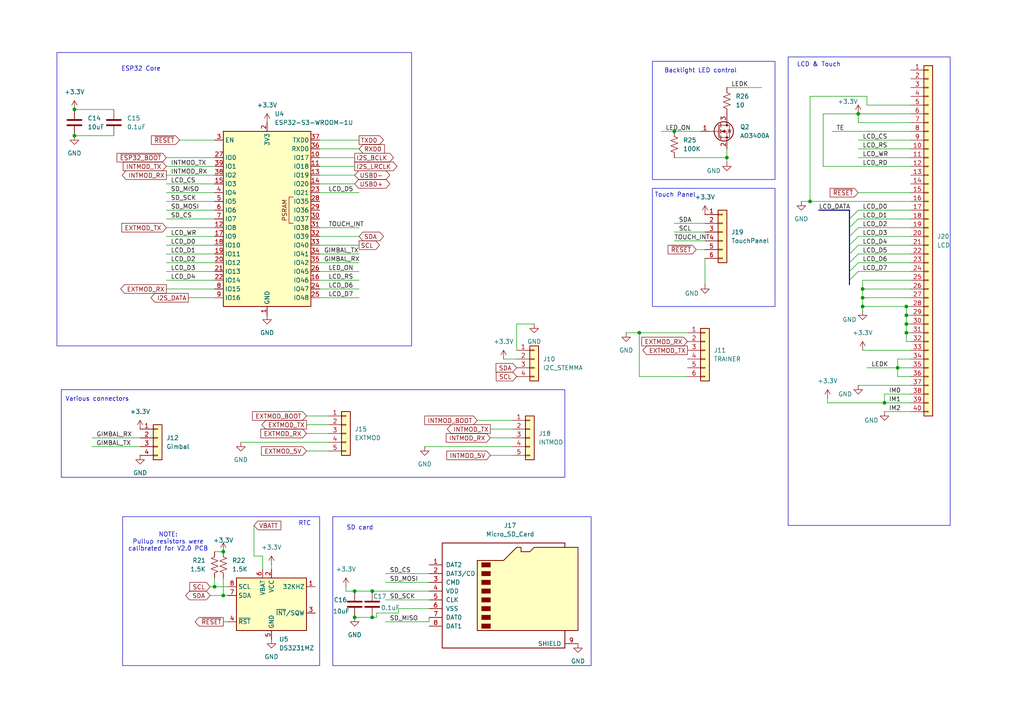
<source format=kicad_sch>
(kicad_sch (version 20231120) (generator "eeschema") (generator_version "8.0")
  (paper "A4")
  (lib_symbols
    (symbol "Connector:Micro_SD_Card" (pin_names (offset 1.016))
      (property "Reference" "J" (at -16.51 15.24 0))
      (property "Value" "Micro_SD_Card" (at 16.51 15.24 0))
      (symbol "Micro_SD_Card_0_1"
        (rectangle (start -7.62 -9.525) (end -5.08 -10.795) (fill (type outline)))
        (rectangle (start -7.62 -6.985) (end -5.08 -8.255) (fill (type outline)))
        (rectangle (start -7.62 -4.445) (end -5.08 -5.715) (fill (type outline)))
        (rectangle (start -7.62 -1.905) (end -5.08 -3.175) (fill (type outline)))
        (rectangle (start -7.62 0.635) (end -5.08 -0.635) (fill (type outline)))
        (rectangle (start -7.62 3.175) (end -5.08 1.905) (fill (type outline)))
        (rectangle (start -7.62 5.715) (end -5.08 4.445) (fill (type outline)))
        (rectangle (start -7.62 8.255) (end -5.08 6.985) (fill (type outline)))
        (polyline (pts (xy 16.51 12.7) (xy 16.51 13.97) (xy -19.05 13.97) (xy -19.05 -16.51) (xy 16.51 -16.51) (xy 16.51 -11.43)) (stroke (width 0.254)))
        (polyline (pts (xy -8.89 -11.43) (xy -8.89 8.89) (xy -1.27 8.89) (xy 2.54 12.7) (xy 3.81 12.7) (xy 3.81 11.43) (xy 6.35 11.43) (xy 7.62 12.7) (xy 20.32 12.7) (xy 20.32 -11.43) (xy -8.89 -11.43)) (stroke (width 0.254)) (fill (type background)))
      )
      (symbol "Micro_SD_Card_1_1"
        (pin bidirectional line (at -22.86 7.62 0) (length 3.81) (name "DAT2") (number "1"))
        (pin bidirectional line (at -22.86 5.08 0) (length 3.81) (name "DAT3/CD") (number "2"))
        (pin input line (at -22.86 2.54 0) (length 3.81) (name "CMD") (number "3"))
        (pin power_in line (at -22.86 0 0) (length 3.81) (name "VDD") (number "4"))
        (pin input line (at -22.86 -2.54 0) (length 3.81) (name "CLK") (number "5"))
        (pin power_in line (at -22.86 -5.08 0) (length 3.81) (name "VSS") (number "6"))
        (pin bidirectional line (at -22.86 -7.62 0) (length 3.81) (name "DAT0") (number "7"))
        (pin bidirectional line (at -22.86 -10.16 0) (length 3.81) (name "DAT1") (number "8"))
        (pin passive line (at 20.32 -15.24 180) (length 3.81) (name "SHIELD") (number "9"))
      )
    )
    (symbol "Connector_Generic:Conn_01x04" (pin_names (offset 1.016) hide)
      (property "Reference" "J" (at 0 5.08 0))
      (property "Value" "Conn_01x04" (at 0 -7.62 0))
      (symbol "Conn_01x04_1_1"
        (rectangle (start -1.27 -4.953) (end 0 -5.207) (stroke (width 0.1524)))
        (rectangle (start -1.27 -2.413) (end 0 -2.667) (stroke (width 0.1524)))
        (rectangle (start -1.27 0.127) (end 0 -0.127) (stroke (width 0.1524)))
        (rectangle (start -1.27 2.667) (end 0 2.413) (stroke (width 0.1524)))
        (rectangle (start -1.27 3.81) (end 1.27 -6.35) (stroke (width 0.254)) (fill (type background)))
        (pin passive line (at -5.08 2.54 0) (length 3.81) (name "Pin_1") (number "1"))
        (pin passive line (at -5.08 0 0) (length 3.81) (name "Pin_2") (number "2"))
        (pin passive line (at -5.08 -2.54 0) (length 3.81) (name "Pin_3") (number "3"))
        (pin passive line (at -5.08 -5.08 0) (length 3.81) (name "Pin_4") (number "4"))
      )
    )
    (symbol "Connector_Generic:Conn_01x05" (pin_names (offset 1.016) hide)
      (property "Reference" "J" (at 0 7.62 0))
      (property "Value" "Conn_01x05" (at 0 -7.62 0))
      (symbol "Conn_01x05_1_1"
        (rectangle (start -1.27 -4.953) (end 0 -5.207) (stroke (width 0.1524)))
        (rectangle (start -1.27 -2.413) (end 0 -2.667) (stroke (width 0.1524)))
        (rectangle (start -1.27 0.127) (end 0 -0.127) (stroke (width 0.1524)))
        (rectangle (start -1.27 2.667) (end 0 2.413) (stroke (width 0.1524)))
        (rectangle (start -1.27 5.207) (end 0 4.953) (stroke (width 0.1524)))
        (rectangle (start -1.27 6.35) (end 1.27 -6.35) (stroke (width 0.254)) (fill (type background)))
        (pin passive line (at -5.08 5.08 0) (length 3.81) (name "Pin_1") (number "1"))
        (pin passive line (at -5.08 2.54 0) (length 3.81) (name "Pin_2") (number "2"))
        (pin passive line (at -5.08 0 0) (length 3.81) (name "Pin_3") (number "3"))
        (pin passive line (at -5.08 -2.54 0) (length 3.81) (name "Pin_4") (number "4"))
        (pin passive line (at -5.08 -5.08 0) (length 3.81) (name "Pin_5") (number "5"))
      )
    )
    (symbol "Connector_Generic:Conn_01x06" (pin_names (offset 1.016) hide)
      (property "Reference" "J" (at 0 7.62 0))
      (property "Value" "Conn_01x06" (at 0 -10.16 0))
      (symbol "Conn_01x06_1_1"
        (rectangle (start -1.27 -7.493) (end 0 -7.747) (stroke (width 0.1524)))
        (rectangle (start -1.27 -4.953) (end 0 -5.207) (stroke (width 0.1524)))
        (rectangle (start -1.27 -2.413) (end 0 -2.667) (stroke (width 0.1524)))
        (rectangle (start -1.27 0.127) (end 0 -0.127) (stroke (width 0.1524)))
        (rectangle (start -1.27 2.667) (end 0 2.413) (stroke (width 0.1524)))
        (rectangle (start -1.27 5.207) (end 0 4.953) (stroke (width 0.1524)))
        (rectangle (start -1.27 6.35) (end 1.27 -8.89) (stroke (width 0.254)) (fill (type background)))
        (pin passive line (at -5.08 5.08 0) (length 3.81) (name "Pin_1") (number "1"))
        (pin passive line (at -5.08 2.54 0) (length 3.81) (name "Pin_2") (number "2"))
        (pin passive line (at -5.08 0 0) (length 3.81) (name "Pin_3") (number "3"))
        (pin passive line (at -5.08 -2.54 0) (length 3.81) (name "Pin_4") (number "4"))
        (pin passive line (at -5.08 -5.08 0) (length 3.81) (name "Pin_5") (number "5"))
        (pin passive line (at -5.08 -7.62 0) (length 3.81) (name "Pin_6") (number "6"))
      )
    )
    (symbol "Connector_Generic:Conn_01x40" (pin_names (offset 1.016) hide)
      (property "Reference" "J" (at 0 50.8 0))
      (property "Value" "Conn_01x40" (at 0 -53.34 0))
      (symbol "Conn_01x40_1_1"
        (rectangle (start -1.27 -50.673) (end 0 -50.927) (stroke (width 0.1524)))
        (rectangle (start -1.27 -48.133) (end 0 -48.387) (stroke (width 0.1524)))
        (rectangle (start -1.27 -45.593) (end 0 -45.847) (stroke (width 0.1524)))
        (rectangle (start -1.27 -43.053) (end 0 -43.307) (stroke (width 0.1524)))
        (rectangle (start -1.27 -40.513) (end 0 -40.767) (stroke (width 0.1524)))
        (rectangle (start -1.27 -37.973) (end 0 -38.227) (stroke (width 0.1524)))
        (rectangle (start -1.27 -35.433) (end 0 -35.687) (stroke (width 0.1524)))
        (rectangle (start -1.27 -32.893) (end 0 -33.147) (stroke (width 0.1524)))
        (rectangle (start -1.27 -30.353) (end 0 -30.607) (stroke (width 0.1524)))
        (rectangle (start -1.27 -27.813) (end 0 -28.067) (stroke (width 0.1524)))
        (rectangle (start -1.27 -25.273) (end 0 -25.527) (stroke (width 0.1524)))
        (rectangle (start -1.27 -22.733) (end 0 -22.987) (stroke (width 0.1524)))
        (rectangle (start -1.27 -20.193) (end 0 -20.447) (stroke (width 0.1524)))
        (rectangle (start -1.27 -17.653) (end 0 -17.907) (stroke (width 0.1524)))
        (rectangle (start -1.27 -15.113) (end 0 -15.367) (stroke (width 0.1524)))
        (rectangle (start -1.27 -12.573) (end 0 -12.827) (stroke (width 0.1524)))
        (rectangle (start -1.27 -10.033) (end 0 -10.287) (stroke (width 0.1524)))
        (rectangle (start -1.27 -7.493) (end 0 -7.747) (stroke (width 0.1524)))
        (rectangle (start -1.27 -4.953) (end 0 -5.207) (stroke (width 0.1524)))
        (rectangle (start -1.27 -2.413) (end 0 -2.667) (stroke (width 0.1524)))
        (rectangle (start -1.27 0.127) (end 0 -0.127) (stroke (width 0.1524)))
        (rectangle (start -1.27 2.667) (end 0 2.413) (stroke (width 0.1524)))
        (rectangle (start -1.27 5.207) (end 0 4.953) (stroke (width 0.1524)))
        (rectangle (start -1.27 7.747) (end 0 7.493) (stroke (width 0.1524)))
        (rectangle (start -1.27 10.287) (end 0 10.033) (stroke (width 0.1524)))
        (rectangle (start -1.27 12.827) (end 0 12.573) (stroke (width 0.1524)))
        (rectangle (start -1.27 15.367) (end 0 15.113) (stroke (width 0.1524)))
        (rectangle (start -1.27 17.907) (end 0 17.653) (stroke (width 0.1524)))
        (rectangle (start -1.27 20.447) (end 0 20.193) (stroke (width 0.1524)))
        (rectangle (start -1.27 22.987) (end 0 22.733) (stroke (width 0.1524)))
        (rectangle (start -1.27 25.527) (end 0 25.273) (stroke (width 0.1524)))
        (rectangle (start -1.27 28.067) (end 0 27.813) (stroke (width 0.1524)))
        (rectangle (start -1.27 30.607) (end 0 30.353) (stroke (width 0.1524)))
        (rectangle (start -1.27 33.147) (end 0 32.893) (stroke (width 0.1524)))
        (rectangle (start -1.27 35.687) (end 0 35.433) (stroke (width 0.1524)))
        (rectangle (start -1.27 38.227) (end 0 37.973) (stroke (width 0.1524)))
        (rectangle (start -1.27 40.767) (end 0 40.513) (stroke (width 0.1524)))
        (rectangle (start -1.27 43.307) (end 0 43.053) (stroke (width 0.1524)))
        (rectangle (start -1.27 45.847) (end 0 45.593) (stroke (width 0.1524)))
        (rectangle (start -1.27 48.387) (end 0 48.133) (stroke (width 0.1524)))
        (rectangle (start -1.27 49.53) (end 1.27 -52.07) (stroke (width 0.254)) (fill (type background)))
        (pin passive line (at -5.08 48.26 0) (length 3.81) (name "Pin_1") (number "1"))
        (pin passive line (at -5.08 25.4 0) (length 3.81) (name "Pin_10") (number "10"))
        (pin passive line (at -5.08 22.86 0) (length 3.81) (name "Pin_11") (number "11"))
        (pin passive line (at -5.08 20.32 0) (length 3.81) (name "Pin_12") (number "12"))
        (pin passive line (at -5.08 17.78 0) (length 3.81) (name "Pin_13") (number "13"))
        (pin passive line (at -5.08 15.24 0) (length 3.81) (name "Pin_14") (number "14"))
        (pin passive line (at -5.08 12.7 0) (length 3.81) (name "Pin_15") (number "15"))
        (pin passive line (at -5.08 10.16 0) (length 3.81) (name "Pin_16") (number "16"))
        (pin passive line (at -5.08 7.62 0) (length 3.81) (name "Pin_17") (number "17"))
        (pin passive line (at -5.08 5.08 0) (length 3.81) (name "Pin_18") (number "18"))
        (pin passive line (at -5.08 2.54 0) (length 3.81) (name "Pin_19") (number "19"))
        (pin passive line (at -5.08 45.72 0) (length 3.81) (name "Pin_2") (number "2"))
        (pin passive line (at -5.08 0 0) (length 3.81) (name "Pin_20") (number "20"))
        (pin passive line (at -5.08 -2.54 0) (length 3.81) (name "Pin_21") (number "21"))
        (pin passive line (at -5.08 -5.08 0) (length 3.81) (name "Pin_22") (number "22"))
        (pin passive line (at -5.08 -7.62 0) (length 3.81) (name "Pin_23") (number "23"))
        (pin passive line (at -5.08 -10.16 0) (length 3.81) (name "Pin_24") (number "24"))
        (pin passive line (at -5.08 -12.7 0) (length 3.81) (name "Pin_25") (number "25"))
        (pin passive line (at -5.08 -15.24 0) (length 3.81) (name "Pin_26") (number "26"))
        (pin passive line (at -5.08 -17.78 0) (length 3.81) (name "Pin_27") (number "27"))
        (pin passive line (at -5.08 -20.32 0) (length 3.81) (name "Pin_28") (number "28"))
        (pin passive line (at -5.08 -22.86 0) (length 3.81) (name "Pin_29") (number "29"))
        (pin passive line (at -5.08 43.18 0) (length 3.81) (name "Pin_3") (number "3"))
        (pin passive line (at -5.08 -25.4 0) (length 3.81) (name "Pin_30") (number "30"))
        (pin passive line (at -5.08 -27.94 0) (length 3.81) (name "Pin_31") (number "31"))
        (pin passive line (at -5.08 -30.48 0) (length 3.81) (name "Pin_32") (number "32"))
        (pin passive line (at -5.08 -33.02 0) (length 3.81) (name "Pin_33") (number "33"))
        (pin passive line (at -5.08 -35.56 0) (length 3.81) (name "Pin_34") (number "34"))
        (pin passive line (at -5.08 -38.1 0) (length 3.81) (name "Pin_35") (number "35"))
        (pin passive line (at -5.08 -40.64 0) (length 3.81) (name "Pin_36") (number "36"))
        (pin passive line (at -5.08 -43.18 0) (length 3.81) (name "Pin_37") (number "37"))
        (pin passive line (at -5.08 -45.72 0) (length 3.81) (name "Pin_38") (number "38"))
        (pin passive line (at -5.08 -48.26 0) (length 3.81) (name "Pin_39") (number "39"))
        (pin passive line (at -5.08 40.64 0) (length 3.81) (name "Pin_4") (number "4"))
        (pin passive line (at -5.08 -50.8 0) (length 3.81) (name "Pin_40") (number "40"))
        (pin passive line (at -5.08 38.1 0) (length 3.81) (name "Pin_5") (number "5"))
        (pin passive line (at -5.08 35.56 0) (length 3.81) (name "Pin_6") (number "6"))
        (pin passive line (at -5.08 33.02 0) (length 3.81) (name "Pin_7") (number "7"))
        (pin passive line (at -5.08 30.48 0) (length 3.81) (name "Pin_8") (number "8"))
        (pin passive line (at -5.08 27.94 0) (length 3.81) (name "Pin_9") (number "9"))
      )
    )
    (symbol "Device:C" (pin_numbers hide) (pin_names (offset 0.254))
      (property "Reference" "C" (at 0.635 2.54 0))
      (property "Value" "C" (at 0.635 -2.54 0))
      (symbol "C_0_1"
        (polyline (pts (xy -2.032 -0.762) (xy 2.032 -0.762)) (stroke (width 0.508)))
        (polyline (pts (xy -2.032 0.762) (xy 2.032 0.762)) (stroke (width 0.508)))
      )
      (symbol "C_1_1"
        (pin passive line (at 0 3.81 270) (length 2.794) (name "~") (number "1"))
        (pin passive line (at 0 -3.81 90) (length 2.794) (name "~") (number "2"))
      )
    )
    (symbol "Device:R_US" (pin_numbers hide) (pin_names (offset 0))
      (property "Reference" "R" (at 2.54 0 90))
      (property "Value" "R_US" (at -2.54 0 90))
      (symbol "R_US_0_1"
        (polyline (pts (xy 0 -2.286) (xy 0 -2.54)))
        (polyline (pts (xy 0 2.286) (xy 0 2.54)))
        (polyline (pts (xy 0 -0.762) (xy 1.016 -1.143) (xy 0 -1.524) (xy -1.016 -1.905) (xy 0 -2.286)))
        (polyline (pts (xy 0 0.762) (xy 1.016 0.381) (xy 0 0) (xy -1.016 -0.381) (xy 0 -0.762)))
        (polyline (pts (xy 0 2.286) (xy 1.016 1.905) (xy 0 1.524) (xy -1.016 1.143) (xy 0 0.762)))
      )
      (symbol "R_US_1_1"
        (pin passive line (at 0 3.81 270) (length 1.27) (name "~") (number "1"))
        (pin passive line (at 0 -3.81 90) (length 1.27) (name "~") (number "2"))
      )
    )
    (symbol "RF_Module:ESP32-S3-WROOM-1"
      (property "Reference" "U" (at -12.7 26.67 0))
      (property "Value" "ESP32-S3-WROOM-1" (at 12.7 26.67 0))
      (symbol "ESP32-S3-WROOM-1_0_0"
        (rectangle (start -12.7 25.4) (end 12.7 -25.4) (stroke (width 0.254)) (fill (type background)))
        (text "PSRAM" (at 5.08 2.54 900) (effects (font (size 1.27 1.27))))
      )
      (symbol "ESP32-S3-WROOM-1_0_1"
        (polyline (pts (xy 7.62 -1.27) (xy 6.35 -1.27) (xy 6.35 6.35) (xy 7.62 6.35)))
      )
      (symbol "ESP32-S3-WROOM-1_1_1"
        (pin power_in line (at 0 -27.94 90) (length 2.54) (name "GND") (number "1"))
        (pin bidirectional line (at 15.24 17.78 180) (length 2.54) (name "IO17") (number "10"))
        (pin bidirectional line (at 15.24 15.24 180) (length 2.54) (name "IO18") (number "11"))
        (pin bidirectional line (at -15.24 -2.54 0) (length 2.54) (name "IO8") (number "12"))
        (pin bidirectional line (at 15.24 12.7 180) (length 2.54) (name "IO19") (number "13"))
        (pin bidirectional line (at 15.24 10.16 180) (length 2.54) (name "IO20") (number "14"))
        (pin bidirectional line (at -15.24 10.16 0) (length 2.54) (name "IO3") (number "15"))
        (pin bidirectional line (at 15.24 -17.78 180) (length 2.54) (name "IO46") (number "16"))
        (pin bidirectional line (at -15.24 -5.08 0) (length 2.54) (name "IO9") (number "17"))
        (pin bidirectional line (at -15.24 -7.62 0) (length 2.54) (name "IO10") (number "18"))
        (pin bidirectional line (at -15.24 -10.16 0) (length 2.54) (name "IO11") (number "19"))
        (pin power_in line (at 0 27.94 270) (length 2.54) (name "3V3") (number "2"))
        (pin bidirectional line (at -15.24 -12.7 0) (length 2.54) (name "IO12") (number "20"))
        (pin bidirectional line (at -15.24 -15.24 0) (length 2.54) (name "IO13") (number "21"))
        (pin bidirectional line (at -15.24 -17.78 0) (length 2.54) (name "IO14") (number "22"))
        (pin bidirectional line (at 15.24 7.62 180) (length 2.54) (name "IO21") (number "23"))
        (pin bidirectional line (at 15.24 -20.32 180) (length 2.54) (name "IO47") (number "24"))
        (pin bidirectional line (at 15.24 -22.86 180) (length 2.54) (name "IO48") (number "25"))
        (pin bidirectional line (at 15.24 -15.24 180) (length 2.54) (name "IO45") (number "26"))
        (pin bidirectional line (at -15.24 17.78 0) (length 2.54) (name "IO0") (number "27"))
        (pin bidirectional line (at 15.24 5.08 180) (length 2.54) (name "IO35") (number "28"))
        (pin bidirectional line (at 15.24 2.54 180) (length 2.54) (name "IO36") (number "29"))
        (pin input line (at -15.24 22.86 0) (length 2.54) (name "EN") (number "3"))
        (pin bidirectional line (at 15.24 0 180) (length 2.54) (name "IO37") (number "30"))
        (pin bidirectional line (at 15.24 -2.54 180) (length 2.54) (name "IO38") (number "31"))
        (pin bidirectional line (at 15.24 -5.08 180) (length 2.54) (name "IO39") (number "32"))
        (pin bidirectional line (at 15.24 -7.62 180) (length 2.54) (name "IO40") (number "33"))
        (pin bidirectional line (at 15.24 -10.16 180) (length 2.54) (name "IO41") (number "34"))
        (pin bidirectional line (at 15.24 -12.7 180) (length 2.54) (name "IO42") (number "35"))
        (pin bidirectional line (at 15.24 20.32 180) (length 2.54) (name "RXD0") (number "36"))
        (pin bidirectional line (at 15.24 22.86 180) (length 2.54) (name "TXD0") (number "37"))
        (pin bidirectional line (at -15.24 12.7 0) (length 2.54) (name "IO2") (number "38"))
        (pin bidirectional line (at -15.24 15.24 0) (length 2.54) (name "IO1") (number "39"))
        (pin bidirectional line (at -15.24 7.62 0) (length 2.54) (name "IO4") (number "4"))
        (pin passive line (at 0 -27.94 90) (length 2.54) hide (name "GND") (number "40"))
        (pin passive line (at 0 -27.94 90) (length 2.54) hide (name "GND") (number "41"))
        (pin bidirectional line (at -15.24 5.08 0) (length 2.54) (name "IO5") (number "5"))
        (pin bidirectional line (at -15.24 2.54 0) (length 2.54) (name "IO6") (number "6"))
        (pin bidirectional line (at -15.24 0 0) (length 2.54) (name "IO7") (number "7"))
        (pin bidirectional line (at -15.24 -20.32 0) (length 2.54) (name "IO15") (number "8"))
        (pin bidirectional line (at -15.24 -22.86 0) (length 2.54) (name "IO16") (number "9"))
      )
    )
    (symbol "Timer_RTC:DS3231MZ"
      (property "Reference" "U" (at -7.62 8.89 0))
      (property "Value" "DS3231MZ" (at 11.43 8.89 0))
      (symbol "DS3231MZ_0_1"
        (rectangle (start -10.16 7.62) (end 10.16 -7.62) (stroke (width 0.254)) (fill (type background)))
      )
      (symbol "DS3231MZ_1_1"
        (pin open_collector line (at 12.7 5.08 180) (length 2.54) (name "32KHZ") (number "1"))
        (pin power_in line (at 0 10.16 270) (length 2.54) (name "VCC") (number "2"))
        (pin open_collector line (at 12.7 -2.54 180) (length 2.54) (name "~{INT}/SQW") (number "3"))
        (pin bidirectional line (at -12.7 -5.08 0) (length 2.54) (name "~{RST}") (number "4"))
        (pin power_in line (at 0 -10.16 90) (length 2.54) (name "GND") (number "5"))
        (pin power_in line (at -2.54 10.16 270) (length 2.54) (name "VBAT") (number "6"))
        (pin bidirectional line (at -12.7 2.54 0) (length 2.54) (name "SDA") (number "7"))
        (pin input line (at -12.7 5.08 0) (length 2.54) (name "SCL") (number "8"))
      )
    )
    (symbol "Transistor_FET:AO3400A" (pin_names hide)
      (property "Reference" "Q" (at 5.08 1.905 0))
      (property "Value" "AO3400A" (at 5.08 0 0))
      (symbol "AO3400A_0_1"
        (polyline (pts (xy 0.254 0) (xy -2.54 0)))
        (polyline (pts (xy 0.254 1.905) (xy 0.254 -1.905)) (stroke (width 0.254)))
        (polyline (pts (xy 0.762 -1.27) (xy 0.762 -2.286)) (stroke (width 0.254)))
        (polyline (pts (xy 0.762 0.508) (xy 0.762 -0.508)) (stroke (width 0.254)))
        (polyline (pts (xy 0.762 2.286) (xy 0.762 1.27)) (stroke (width 0.254)))
        (polyline (pts (xy 2.54 2.54) (xy 2.54 1.778)))
        (polyline (pts (xy 2.54 -2.54) (xy 2.54 0) (xy 0.762 0)))
        (polyline (pts (xy 0.762 -1.778) (xy 3.302 -1.778) (xy 3.302 1.778) (xy 0.762 1.778)))
        (polyline (pts (xy 1.016 0) (xy 2.032 0.381) (xy 2.032 -0.381) (xy 1.016 0)) (fill (type outline)))
        (polyline (pts (xy 2.794 0.508) (xy 2.921 0.381) (xy 3.683 0.381) (xy 3.81 0.254)))
        (polyline (pts (xy 3.302 0.381) (xy 2.921 -0.254) (xy 3.683 -0.254) (xy 3.302 0.381)))
        (circle (center 1.651 0) (radius 2.794) (stroke (width 0.254)))
        (circle (center 2.54 -1.778) (radius 0.254) (fill (type outline)))
        (circle (center 2.54 1.778) (radius 0.254) (fill (type outline)))
      )
      (symbol "AO3400A_1_1"
        (pin input line (at -5.08 0 0) (length 2.54) (name "G") (number "1"))
        (pin passive line (at 2.54 -5.08 90) (length 2.54) (name "S") (number "2"))
        (pin passive line (at 2.54 5.08 270) (length 2.54) (name "D") (number "3"))
      )
    )
    (symbol "power:+3.3V" (power) (pin_numbers hide) (pin_names (offset 0) hide)
      (property "Value" "+3.3V" (at 0 3.556 0))
      (symbol "+3.3V_0_1"
        (polyline (pts (xy -0.762 1.27) (xy 0 2.54)))
        (polyline (pts (xy 0 0) (xy 0 2.54)))
        (polyline (pts (xy 0 2.54) (xy 0.762 1.27)))
      )
      (symbol "+3.3V_1_1"
        (pin power_in line (at 0 0 90) (length 0) (name "~") (number "1"))
      )
    )
    (symbol "power:GND" (power) (pin_numbers hide) (pin_names (offset 0) hide)
      (property "Value" "GND" (at 0 -3.81 0))
      (symbol "GND_0_1"
        (polyline (pts (xy 0 0) (xy 0 -1.27) (xy 1.27 -1.27) (xy 0 -2.54) (xy -1.27 -1.27) (xy 0 -1.27)))
      )
      (symbol "GND_1_1"
        (pin power_in line (at 0 0 270) (length 0) (name "~") (number "1"))
      )
    )
  )
  (junction (at 102.87 179.07))
  (junction (at 64.77 160.02))
  (junction (at 185.42 96.52))
  (junction (at 262.89 93.98))
  (junction (at 210.82 45.72))
  (junction (at 195.58 38.1))
  (junction (at 262.89 91.44))
  (junction (at 262.89 88.9))
  (junction (at 102.87 171.45))
  (junction (at 62.23 170.18))
  (junction (at 21.59 39.37))
  (junction (at 250.19 86.36))
  (junction (at 248.92 33.02))
  (junction (at 64.77 172.72))
  (junction (at 260.35 106.68))
  (junction (at 262.89 96.52))
  (junction (at 21.59 31.75))
  (junction (at 107.95 171.45))
  (junction (at 250.19 88.9))
  (junction (at 256.54 116.84))
  (junction (at 107.95 179.07))
  (junction (at 250.19 83.82))
  (junction (at 234.95 58.42))
  (bus_entry (at 248.92 76.2) (size -2.54 2.54))
  (bus_entry (at 248.92 63.5) (size -2.54 2.54))
  (bus_entry (at 248.92 66.04) (size -2.54 2.54))
  (bus_entry (at 248.92 78.74) (size -2.54 2.54))
  (bus_entry (at 248.92 71.12) (size -2.54 2.54))
  (bus_entry (at 248.92 68.58) (size -2.54 2.54))
  (bus_entry (at 248.92 60.96) (size -2.54 2.54))
  (bus_entry (at 248.92 73.66) (size -2.54 2.54))
  (wire (pts (xy 48.26 78.74) (xy 62.23 78.74)))
  (wire (pts (xy 248.92 43.18) (xy 264.16 43.18)))
  (wire (pts (xy 48.26 73.66) (xy 62.23 73.66)))
  (wire (pts (xy 92.71 40.64) (xy 104.14 40.64)))
  (wire (pts (xy 142.24 127) (xy 148.59 127)))
  (bus (pts (xy 246.38 81.28) (xy 246.38 82.55)))
  (bus (pts (xy 246.38 76.2) (xy 246.38 78.74)))
  (bus (pts (xy 246.38 68.58) (xy 246.38 71.12)))
  (wire (pts (xy 251.46 27.94) (xy 234.95 27.94)))
  (wire (pts (xy 185.42 96.52) (xy 199.39 96.52)))
  (wire (pts (xy 250.19 86.36) (xy 250.19 88.9)))
  (wire (pts (xy 111.76 180.34) (xy 124.46 180.34)))
  (wire (pts (xy 21.59 31.75) (xy 33.02 31.75)))
  (wire (pts (xy 109.22 179.07) (xy 107.95 179.07)))
  (wire (pts (xy 92.71 43.18) (xy 104.14 43.18)))
  (wire (pts (xy 238.76 33.02) (xy 238.76 48.26)))
  (wire (pts (xy 48.26 50.8) (xy 62.23 50.8)))
  (wire (pts (xy 204.47 74.93) (xy 204.47 82.55)))
  (wire (pts (xy 250.19 88.9) (xy 262.89 88.9)))
  (wire (pts (xy 248.92 45.72) (xy 264.16 45.72)))
  (wire (pts (xy 102.87 179.07) (xy 102.87 176.53)))
  (wire (pts (xy 111.76 168.91) (xy 124.46 168.91)))
  (wire (pts (xy 26.67 129.54) (xy 40.64 129.54)))
  (wire (pts (xy 115.57 176.53) (xy 115.57 177.8)))
  (wire (pts (xy 248.92 33.02) (xy 264.16 33.02)))
  (wire (pts (xy 92.71 86.36) (xy 104.14 86.36)))
  (wire (pts (xy 250.19 101.6) (xy 264.16 101.6)))
  (wire (pts (xy 195.58 38.1) (xy 203.2 38.1)))
  (wire (pts (xy 248.92 78.74) (xy 264.16 78.74)))
  (wire (pts (xy 240.03 116.84) (xy 240.03 115.57)))
  (wire (pts (xy 195.58 45.72) (xy 210.82 45.72)))
  (wire (pts (xy 92.71 83.82) (xy 104.14 83.82)))
  (wire (pts (xy 234.95 27.94) (xy 234.95 58.42)))
  (wire (pts (xy 250.19 81.28) (xy 250.19 83.82)))
  (wire (pts (xy 262.89 99.06) (xy 262.89 96.52)))
  (wire (pts (xy 264.16 96.52) (xy 262.89 96.52)))
  (wire (pts (xy 124.46 180.34) (xy 124.46 179.07)))
  (wire (pts (xy 191.77 38.1) (xy 195.58 38.1)))
  (bus (pts (xy 246.38 63.5) (xy 246.38 66.04)))
  (wire (pts (xy 248.92 76.2) (xy 264.16 76.2)))
  (wire (pts (xy 48.26 71.12) (xy 62.23 71.12)))
  (wire (pts (xy 181.61 96.52) (xy 185.42 96.52)))
  (wire (pts (xy 256.54 119.38) (xy 264.16 119.38)))
  (wire (pts (xy 92.71 76.2) (xy 104.14 76.2)))
  (wire (pts (xy 248.92 71.12) (xy 264.16 71.12)))
  (wire (pts (xy 250.19 83.82) (xy 264.16 83.82)))
  (wire (pts (xy 256.54 114.3) (xy 256.54 116.84)))
  (wire (pts (xy 73.66 161.29) (xy 76.2 161.29)))
  (wire (pts (xy 107.95 179.07) (xy 102.87 179.07)))
  (wire (pts (xy 48.26 58.42) (xy 62.23 58.42)))
  (wire (pts (xy 248.92 68.58) (xy 264.16 68.58)))
  (wire (pts (xy 62.23 170.18) (xy 66.04 170.18)))
  (wire (pts (xy 241.3 38.1) (xy 264.16 38.1)))
  (wire (pts (xy 69.85 128.27) (xy 95.25 128.27)))
  (wire (pts (xy 248.92 55.88) (xy 264.16 55.88)))
  (wire (pts (xy 124.46 176.53) (xy 115.57 176.53)))
  (wire (pts (xy 48.26 81.28) (xy 62.23 81.28)))
  (wire (pts (xy 102.87 45.72) (xy 92.71 45.72)))
  (wire (pts (xy 185.42 109.22) (xy 185.42 96.52)))
  (wire (pts (xy 232.41 58.42) (xy 234.95 58.42)))
  (wire (pts (xy 88.9 125.73) (xy 95.25 125.73)))
  (wire (pts (xy 248.92 33.02) (xy 248.92 35.56)))
  (wire (pts (xy 260.35 106.68) (xy 260.35 109.22)))
  (wire (pts (xy 256.54 116.84) (xy 240.03 116.84)))
  (wire (pts (xy 92.71 50.8) (xy 102.87 50.8)))
  (wire (pts (xy 115.57 177.8) (xy 109.22 177.8)))
  (wire (pts (xy 248.92 111.76) (xy 264.16 111.76)))
  (wire (pts (xy 92.71 68.58) (xy 104.14 68.58)))
  (wire (pts (xy 149.86 101.6) (xy 149.86 93.98)))
  (wire (pts (xy 251.46 106.68) (xy 260.35 106.68)))
  (wire (pts (xy 264.16 91.44) (xy 262.89 91.44)))
  (wire (pts (xy 123.19 129.54) (xy 148.59 129.54)))
  (wire (pts (xy 195.58 67.31) (xy 204.47 67.31)))
  (wire (pts (xy 264.16 30.48) (xy 251.46 30.48)))
  (wire (pts (xy 88.9 120.65) (xy 95.25 120.65)))
  (wire (pts (xy 238.76 33.02) (xy 248.92 33.02)))
  (wire (pts (xy 107.95 171.45) (xy 124.46 171.45)))
  (wire (pts (xy 92.71 81.28) (xy 104.14 81.28)))
  (bus (pts (xy 246.38 73.66) (xy 246.38 76.2)))
  (wire (pts (xy 262.89 96.52) (xy 262.89 93.98)))
  (wire (pts (xy 195.58 69.85) (xy 204.47 69.85)))
  (wire (pts (xy 149.86 93.98) (xy 154.94 93.98)))
  (wire (pts (xy 111.76 173.99) (xy 124.46 173.99)))
  (wire (pts (xy 88.9 123.19) (xy 95.25 123.19)))
  (wire (pts (xy 92.71 55.88) (xy 104.14 55.88)))
  (wire (pts (xy 248.92 63.5) (xy 264.16 63.5)))
  (wire (pts (xy 48.26 66.04) (xy 62.23 66.04)))
  (wire (pts (xy 21.59 39.37) (xy 33.02 39.37)))
  (wire (pts (xy 100.33 171.45) (xy 100.33 170.18)))
  (wire (pts (xy 60.96 170.18) (xy 62.23 170.18)))
  (wire (pts (xy 48.26 55.88) (xy 62.23 55.88)))
  (wire (pts (xy 260.35 104.14) (xy 260.35 106.68)))
  (wire (pts (xy 250.19 86.36) (xy 264.16 86.36)))
  (wire (pts (xy 62.23 160.02) (xy 64.77 160.02)))
  (wire (pts (xy 92.71 73.66) (xy 104.14 73.66)))
  (bus (pts (xy 246.38 60.96) (xy 246.38 63.5)))
  (wire (pts (xy 210.82 46.99) (xy 210.82 45.72)))
  (wire (pts (xy 250.19 83.82) (xy 250.19 86.36)))
  (wire (pts (xy 250.19 88.9) (xy 250.19 90.17)))
  (wire (pts (xy 142.24 124.46) (xy 148.59 124.46)))
  (wire (pts (xy 262.89 91.44) (xy 262.89 88.9)))
  (wire (pts (xy 201.93 72.39) (xy 204.47 72.39)))
  (wire (pts (xy 52.07 40.64) (xy 62.23 40.64)))
  (wire (pts (xy 76.2 161.29) (xy 76.2 165.1)))
  (bus (pts (xy 246.38 66.04) (xy 246.38 68.58)))
  (bus (pts (xy 237.49 60.96) (xy 246.38 60.96)))
  (wire (pts (xy 248.92 73.66) (xy 264.16 73.66)))
  (wire (pts (xy 199.39 109.22) (xy 185.42 109.22)))
  (wire (pts (xy 256.54 116.84) (xy 264.16 116.84)))
  (wire (pts (xy 260.35 106.68) (xy 264.16 106.68)))
  (wire (pts (xy 256.54 114.3) (xy 264.16 114.3)))
  (wire (pts (xy 251.46 30.48) (xy 251.46 27.94)))
  (wire (pts (xy 262.89 93.98) (xy 262.89 91.44)))
  (wire (pts (xy 238.76 48.26) (xy 264.16 48.26)))
  (wire (pts (xy 64.77 172.72) (xy 66.04 172.72)))
  (wire (pts (xy 100.33 171.45) (xy 102.87 171.45)))
  (wire (pts (xy 66.04 180.34) (xy 64.77 180.34)))
  (wire (pts (xy 60.96 172.72) (xy 64.77 172.72)))
  (wire (pts (xy 48.26 76.2) (xy 62.23 76.2)))
  (wire (pts (xy 102.87 171.45) (xy 107.95 171.45)))
  (wire (pts (xy 88.9 130.81) (xy 95.25 130.81)))
  (wire (pts (xy 260.35 104.14) (xy 264.16 104.14)))
  (wire (pts (xy 210.82 25.4) (xy 220.98 25.4)))
  (bus (pts (xy 246.38 78.74) (xy 246.38 81.28)))
  (wire (pts (xy 142.24 132.08) (xy 148.59 132.08)))
  (bus (pts (xy 246.38 71.12) (xy 246.38 73.66)))
  (wire (pts (xy 248.92 35.56) (xy 264.16 35.56)))
  (wire (pts (xy 102.87 48.26) (xy 92.71 48.26)))
  (wire (pts (xy 48.26 83.82) (xy 62.23 83.82)))
  (wire (pts (xy 248.92 60.96) (xy 264.16 60.96)))
  (wire (pts (xy 264.16 93.98) (xy 262.89 93.98)))
  (wire (pts (xy 48.26 45.72) (xy 62.23 45.72)))
  (wire (pts (xy 26.67 127) (xy 40.64 127)))
  (wire (pts (xy 138.43 121.92) (xy 148.59 121.92)))
  (wire (pts (xy 262.89 88.9) (xy 264.16 88.9)))
  (wire (pts (xy 260.35 109.22) (xy 264.16 109.22)))
  (wire (pts (xy 73.66 152.4) (xy 73.66 161.29)))
  (wire (pts (xy 248.92 66.04) (xy 264.16 66.04)))
  (wire (pts (xy 264.16 81.28) (xy 250.19 81.28)))
  (wire (pts (xy 48.26 68.58) (xy 62.23 68.58)))
  (wire (pts (xy 195.58 64.77) (xy 204.47 64.77)))
  (wire (pts (xy 92.71 53.34) (xy 102.87 53.34)))
  (wire (pts (xy 92.71 78.74) (xy 104.14 78.74)))
  (wire (pts (xy 48.26 60.96) (xy 62.23 60.96)))
  (wire (pts (xy 92.71 71.12) (xy 104.14 71.12)))
  (wire (pts (xy 210.82 45.72) (xy 210.82 43.18)))
  (wire (pts (xy 48.26 63.5) (xy 62.23 63.5)))
  (wire (pts (xy 111.76 166.37) (xy 124.46 166.37)))
  (wire (pts (xy 48.26 48.26) (xy 62.23 48.26)))
  (wire (pts (xy 109.22 177.8) (xy 109.22 179.07)))
  (wire (pts (xy 248.92 40.64) (xy 264.16 40.64)))
  (wire (pts (xy 264.16 99.06) (xy 262.89 99.06)))
  (wire (pts (xy 146.05 104.14) (xy 149.86 104.14)))
  (wire (pts (xy 234.95 58.42) (xy 264.16 58.42)))
  (wire (pts (xy 64.77 167.64) (xy 64.77 172.72)))
  (wire (pts (xy 78.74 163.83) (xy 78.74 165.1)))
  (wire (pts (xy 54.61 86.36) (xy 62.23 86.36)))
  (wire (pts (xy 62.23 167.64) (xy 62.23 170.18)))
  (wire (pts (xy 92.71 66.04) (xy 104.14 66.04)))
  (wire (pts (xy 48.26 53.34) (xy 62.23 53.34)))
  (rectangle (start 16.51 15.24) (end 119.38 100.33))
  (rectangle (start 189.23 54.61) (end 224.79 88.9))
  (rectangle (start 17.78 113.03) (end 163.83 138.43))
  (rectangle (start 228.6 16.51) (end 275.59 152.4))
  (rectangle (start 35.56 149.86) (end 92.71 193.04))
  (rectangle (start 189.23 17.78) (end 224.79 52.07))
  (rectangle (start 96.52 149.86) (end 171.45 193.04))
  (text "Touch Panel" (at 195.834 56.642 0) (effects (font (size 1.27 1.27))))
  (text "NOTE:\nPullup resistors were\ncalibrated for V2.0 PCB" (at 48.768 157.226 0) (effects (font (size 1.27 1.27))))
  (text "ESP32 Core" (at 40.894 20.066 0) (effects (font (size 1.27 1.27))))
  (text "Backlight LED control" (at 203.2 20.574 0) (effects (font (size 1.27 1.27))))
  (text "Various connectors" (at 28.194 115.824 0) (effects (font (size 1.27 1.27))))
  (text "RTC" (at 88.392 151.892 0) (effects (font (size 1.27 1.27))))
  (text "LCD & Touch" (at 237.49 18.796 0) (effects (font (size 1.27 1.27))))
  (text "SD card" (at 104.394 153.162 0) (effects (font (size 1.27 1.27))))
  (label "LCD_D2" (at 250.19 66.04 0))
  (label "GIMBAL_TX" (at 93.98 73.66 0))
  (label "LED_ON" (at 193.04 38.1 0))
  (label "LCD_RS" (at 250.19 43.18 0))
  (label "LCD_D4" (at 49.53 81.28 0))
  (label "LCD_D3" (at 49.53 78.74 0))
  (label "LCD_WR" (at 250.19 45.72 0))
  (label "LCD_CS" (at 49.53 53.34 0))
  (label "LCD_D6" (at 250.19 76.2 0))
  (label "LCD_RD" (at 250.19 48.26 0))
  (label "LCD_WR" (at 49.53 68.58 0))
  (label "LCD_D0" (at 250.19 60.96 0))
  (label "LCD_DATA" (at 237.49 60.96 0))
  (label "TE" (at 242.57 38.1 0))
  (label "LCD_CS" (at 250.19 40.64 0))
  (label "LEDK" (at 252.73 106.68 0))
  (label "IM0" (at 257.81 114.3 0))
  (label "LCD_D5" (at 95.25 55.88 0))
  (label "SD_CS" (at 49.53 63.5 0))
  (label "LCD_D1" (at 49.53 73.66 0))
  (label "GIMBAL_RX" (at 93.98 76.2 0))
  (label "LCD_D7" (at 250.19 78.74 0))
  (label "IM2" (at 257.81 119.38 0))
  (label "LCD_D5" (at 250.19 73.66 0))
  (label "SD_MISO" (at 49.53 55.88 0))
  (label "LCD_D2" (at 49.53 76.2 0))
  (label "LCD_D3" (at 250.19 68.58 0))
  (label "GIMBAL_RX" (at 27.94 127 0))
  (label "LCD_D1" (at 250.19 63.5 0))
  (label "SD_SCK" (at 113.03 173.99 0))
  (label "LCD_D0" (at 49.53 71.12 0))
  (label "SD_CS" (at 113.03 166.37 0))
  (label "SD_MISO" (at 113.03 180.34 0))
  (label "LCD_D4" (at 250.19 71.12 0))
  (label "LCD_D7" (at 95.25 86.36 0))
  (label "SD_SCK" (at 49.53 58.42 0))
  (label "LCD_D6" (at 95.25 83.82 0))
  (label "SCL" (at 196.85 67.31 0))
  (label "LEDK" (at 212.09 25.4 0))
  (label "SD_MOSI" (at 49.53 60.96 0))
  (label "IM1" (at 257.81 116.84 0))
  (label "TOUCH_INT" (at 95.25 66.04 0))
  (label "GIMBAL_TX" (at 27.94 129.54 0))
  (label "TOUCH_INT" (at 195.58 69.85 0))
  (label "LCD_RS" (at 95.25 81.28 0))
  (label "SDA" (at 196.85 64.77 0))
  (label "LED_ON" (at 95.25 78.74 0))
  (label "INTMOD_TX" (at 49.53 48.26 0))
  (label "SD_MOSI" (at 113.03 168.91 0))
  (label "INTMOD_RX" (at 49.53 50.8 0))
  (global_label "INTMOD_RX" (shape output) (at 48.26 50.8 180) (property "Intersheetrefs" "${INTERSHEET_REFS}" (effects (hide yes))))
  (global_label "EXTMOD_TX" (shape output) (at 88.9 123.19 180) (property "Intersheetrefs" "${INTERSHEET_REFS}" (effects (hide yes))))
  (global_label "INTMOD_5V" (shape input) (at 142.24 132.08 180) (property "Intersheetrefs" "${INTERSHEET_REFS}" (effects (hide yes))))
  (global_label "INTMOD_BOOT" (shape input) (at 138.43 121.92 180) (property "Intersheetrefs" "${INTERSHEET_REFS}" (effects (hide yes))))
  (global_label "~{ESP32_BOOT}" (shape input) (at 48.26 45.72 180) (property "Intersheetrefs" "${INTERSHEET_REFS}" (effects (hide yes))))
  (global_label "INTMOD_RX" (shape input) (at 142.24 127 180) (property "Intersheetrefs" "${INTERSHEET_REFS}" (effects (hide yes))))
  (global_label "SCL" (shape output) (at 104.14 71.12 0) (property "Intersheetrefs" "${INTERSHEET_REFS}" (effects (hide yes))))
  (global_label "RXD0" (shape input) (at 104.14 43.18 0) (property "Intersheetrefs" "${INTERSHEET_REFS}" (effects (hide yes))))
  (global_label "SDA" (shape input) (at 149.86 106.68 180) (property "Intersheetrefs" "${INTERSHEET_REFS}" (effects (hide yes))))
  (global_label "~{RESET}" (shape output) (at 64.77 180.34 180) (property "Intersheetrefs" "${INTERSHEET_REFS}" (effects (hide yes))))
  (global_label "USBD+" (shape bidirectional) (at 102.87 53.34 0) (property "Intersheetrefs" "${INTERSHEET_REFS}" (effects (hide yes))))
  (global_label "EXTMOD_TX" (shape input) (at 48.26 66.04 180) (property "Intersheetrefs" "${INTERSHEET_REFS}" (effects (hide yes))))
  (global_label "~{RESET}" (shape input) (at 248.92 55.88 180) (property "Intersheetrefs" "${INTERSHEET_REFS}" (effects (hide yes))))
  (global_label "SDA" (shape bidirectional) (at 104.14 68.58 0) (property "Intersheetrefs" "${INTERSHEET_REFS}" (effects (hide yes))))
  (global_label "SCL" (shape input) (at 60.96 170.18 180) (property "Intersheetrefs" "${INTERSHEET_REFS}" (effects (hide yes))))
  (global_label "I2S_LRCLK" (shape output) (at 102.87 48.26 0) (property "Intersheetrefs" "${INTERSHEET_REFS}" (effects (hide yes))))
  (global_label "SDA" (shape bidirectional) (at 60.96 172.72 180) (property "Intersheetrefs" "${INTERSHEET_REFS}" (effects (hide yes))))
  (global_label "INTMOD_TX" (shape output) (at 142.24 124.46 180) (property "Intersheetrefs" "${INTERSHEET_REFS}" (effects (hide yes))))
  (global_label "I2S_BCLK" (shape output) (at 102.87 45.72 0) (property "Intersheetrefs" "${INTERSHEET_REFS}" (effects (hide yes))))
  (global_label "EXTMOD_RX" (shape output) (at 48.26 83.82 180) (property "Intersheetrefs" "${INTERSHEET_REFS}" (effects (hide yes))))
  (global_label "EXTMOD_BOOT" (shape input) (at 88.9 120.65 180) (property "Intersheetrefs" "${INTERSHEET_REFS}" (effects (hide yes))))
  (global_label "USBD-" (shape bidirectional) (at 102.87 50.8 0) (property "Intersheetrefs" "${INTERSHEET_REFS}" (effects (hide yes))))
  (global_label "EXTMOD_RX" (shape input) (at 88.9 125.73 180) (property "Intersheetrefs" "${INTERSHEET_REFS}" (effects (hide yes))))
  (global_label "EXTMOD_RX" (shape input) (at 199.39 99.06 180) (property "Intersheetrefs" "${INTERSHEET_REFS}" (effects (hide yes))))
  (global_label "VBATT" (shape input) (at 73.66 152.4 0) (property "Intersheetrefs" "${INTERSHEET_REFS}" (effects (hide yes))))
  (global_label "~{RESET}" (shape input) (at 201.93 72.39 180) (property "Intersheetrefs" "${INTERSHEET_REFS}" (effects (hide yes))))
  (global_label "EXTMOD_TX" (shape output) (at 199.39 101.6 180) (property "Intersheetrefs" "${INTERSHEET_REFS}" (effects (hide yes))))
  (global_label "~{RESET}" (shape input) (at 52.07 40.64 180) (property "Intersheetrefs" "${INTERSHEET_REFS}" (effects (hide yes))))
  (global_label "SCL" (shape input) (at 149.86 109.22 180) (property "Intersheetrefs" "${INTERSHEET_REFS}" (effects (hide yes))))
  (global_label "TXD0" (shape output) (at 104.14 40.64 0) (property "Intersheetrefs" "${INTERSHEET_REFS}" (effects (hide yes))))
  (global_label "I2S_DATA" (shape output) (at 54.61 86.36 180) (property "Intersheetrefs" "${INTERSHEET_REFS}" (effects (hide yes))))
  (global_label "EXTMOD_5V" (shape input) (at 88.9 130.81 180) (property "Intersheetrefs" "${INTERSHEET_REFS}" (effects (hide yes))))
  (global_label "INTMOD_TX" (shape input) (at 48.26 48.26 180) (property "Intersheetrefs" "${INTERSHEET_REFS}" (effects (hide yes))))
  (symbol (lib_id "power:GND") (at 40.64 132.08 0) (unit 1)
    (property "Reference" "#PWR045" (effects (hide yes)))
    (property "Value" "GND" (at 40.64 137.16 0))
    (property "Description" "Power symbol creates a global label with name \"GND\" , ground" (effects (hide yes)))
  )
  (symbol (lib_id "Device:R_US") (at 64.77 163.83 0) (unit 1)
    (property "Reference" "R22" (at 67.31 162.5599 0) (effects (justify left)))
    (property "Value" "1.5K" (at 67.31 165.0999 0) (effects (justify left)))
    (property "Footprint" "Resistor_SMD:R_0603_1608Metric" (effects (hide yes)))
    (property "Description" "Resistor, US symbol" (effects (hide yes)))
  )
  (symbol (lib_id "Device:R_US") (at 62.23 163.83 0) (mirror y) (unit 1)
    (property "Reference" "R21" (at 59.69 162.5599 0) (effects (justify left)))
    (property "Value" "1.5K" (at 59.69 165.0999 0) (effects (justify left)))
    (property "Footprint" "Resistor_SMD:R_0603_1608Metric" (effects (hide yes)))
    (property "Description" "Resistor, US symbol" (effects (hide yes)))
  )
  (symbol (lib_id "Device:C") (at 107.95 175.26 0) (unit 1)
    (property "Reference" "C17" (at 108.204 172.974 0) (effects (justify left)))
    (property "Value" "0.1uF" (at 110.49 176.276 0) (effects (justify left)))
    (property "Footprint" "Capacitor_SMD:C_0603_1608Metric" (effects (hide yes)))
    (property "Description" "Unpolarized capacitor" (effects (hide yes)))
  )
  (symbol (lib_id "Connector_Generic:Conn_01x05") (at 100.33 125.73 0) (unit 1)
    (property "Reference" "J15" (at 102.87 124.4599 0) (effects (justify left)))
    (property "Value" "EXTMOD" (at 102.87 126.9999 0) (effects (justify left)))
    (property "Footprint" "Connector_Molex:Molex_PicoBlade_53398-0571_1x05-1MP_P1.25mm_Vertical" (effects (hide yes)))
    (property "Description" "Generic connector, single row, 01x05, script generated (kicad-library-utils/schlib/autogen/connector/)" (effects (hide yes)))
  )
  (symbol (lib_id "power:+3.3V") (at 250.19 101.6 0) (unit 1)
    (property "Reference" "#PWR067" (effects (hide yes)))
    (property "Value" "+3.3V" (at 250.19 96.52 0))
    (property "Description" "Power symbol creates a global label with name \"+3.3V\"" (effects (hide yes)))
  )
  (symbol (lib_id "Device:R_US") (at 210.82 29.21 0) (unit 1)
    (property "Reference" "R26" (at 213.36 27.9399 0) (effects (justify left)))
    (property "Value" "10" (at 213.36 30.4799 0) (effects (justify left)))
    (property "Footprint" "Resistor_SMD:R_0603_1608Metric" (effects (hide yes)))
    (property "Description" "Resistor, US symbol" (effects (hide yes)))
  )
  (symbol (lib_id "Device:C") (at 102.87 175.26 0) (unit 1)
    (property "Reference" "C16" (at 96.774 173.99 0) (effects (justify left)))
    (property "Value" "10uF" (at 96.52 177.292 0) (effects (justify left)))
    (property "Footprint" "Capacitor_SMD:C_0603_1608Metric" (effects (hide yes)))
    (property "Description" "Unpolarized capacitor" (effects (hide yes)))
  )
  (symbol (lib_id "power:GND") (at 210.82 46.99 0) (unit 1)
    (property "Reference" "#PWR061" (effects (hide yes)))
    (property "Value" "GND" (at 207.01 49.53 0))
    (property "Description" "Power symbol creates a global label with name \"GND\" , ground" (effects (hide yes)))
  )
  (symbol (lib_id "power:+3.3V") (at 40.64 124.46 0) (unit 1)
    (property "Reference" "#PWR044" (effects (hide yes)))
    (property "Value" "+3.3V" (at 40.64 119.38 0))
    (property "Description" "Power symbol creates a global label with name \"+3.3V\"" (effects (hide yes)))
  )
  (symbol (lib_id "power:+3.3V") (at 240.03 115.57 0) (unit 1)
    (property "Reference" "#PWR063" (effects (hide yes)))
    (property "Value" "+3.3V" (at 240.03 110.49 0))
    (property "Description" "Power symbol creates a global label with name \"+3.3V\"" (effects (hide yes)))
  )
  (symbol (lib_id "power:GND") (at 232.41 58.42 0) (unit 1)
    (property "Reference" "#PWR062" (effects (hide yes)))
    (property "Value" "GND" (at 232.41 63.5 0))
    (property "Description" "Power symbol creates a global label with name \"GND\" , ground" (effects (hide yes)))
  )
  (symbol (lib_id "Connector_Generic:Conn_01x04") (at 154.94 104.14 0) (unit 1)
    (property "Reference" "J10" (at 157.48 104.1399 0) (effects (justify left)))
    (property "Value" "I2C_STEMMA" (at 157.48 106.6799 0) (effects (justify left)))
    (property "Footprint" "Connector_JST:JST_SH_BM04B-SRSS-TB_1x04-1MP_P1.00mm_Vertical" (effects (hide yes)))
    (property "Description" "Generic connector, single row, 01x04, script generated (kicad-library-utils/schlib/autogen/connector/)" (effects (hide yes)))
  )
  (symbol (lib_id "power:GND") (at 167.64 186.69 0) (unit 1)
    (property "Reference" "#PWR058" (effects (hide yes)))
    (property "Value" "GND" (at 167.64 191.77 0))
    (property "Description" "Power symbol creates a global label with name \"GND\" , ground" (effects (hide yes)))
  )
  (symbol (lib_id "Connector_Generic:Conn_01x40") (at 269.24 68.58 0) (unit 1)
    (property "Reference" "J20" (at 271.78 68.5799 0) (effects (justify left)))
    (property "Value" "LCD" (at 271.78 71.1199 0) (effects (justify left)))
    (property "Footprint" "my_footprints:FPC_40PIN_TOP" (effects (hide yes)))
    (property "Description" "Generic connector, single row, 01x40, script generated (kicad-library-utils/schlib/autogen/connector/)" (effects (hide yes)))
  )
  (symbol (lib_id "Connector_Generic:Conn_01x05") (at 153.67 127 0) (unit 1)
    (property "Reference" "J18" (at 156.21 125.7299 0) (effects (justify left)))
    (property "Value" "INTMOD" (at 156.21 128.2699 0) (effects (justify left)))
    (property "Footprint" "Connector_Molex:Molex_PicoBlade_53398-0571_1x05-1MP_P1.25mm_Vertical" (effects (hide yes)))
    (property "Description" "Generic connector, single row, 01x05, script generated (kicad-library-utils/schlib/autogen/connector/)" (effects (hide yes)))
  )
  (symbol (lib_id "power:GND") (at 154.94 93.98 0) (mirror y) (unit 1)
    (property "Reference" "#PWR014" (effects (hide yes)))
    (property "Value" "GND" (at 154.94 99.06 0))
    (property "Description" "Power symbol creates a global label with name \"GND\" , ground" (effects (hide yes)))
  )
  (symbol (lib_id "Connector_Generic:Conn_01x06") (at 209.55 67.31 0) (unit 1)
    (property "Reference" "J19" (at 212.09 67.3099 0) (effects (justify left)))
    (property "Value" "TouchPanel" (at 212.09 69.8499 0) (effects (justify left)))
    (property "Footprint" "my_footprints:FPC_6PIN_BOTTOM" (effects (hide yes)))
    (property "Description" "Generic connector, single row, 01x06, script generated (kicad-library-utils/schlib/autogen/connector/)" (effects (hide yes)))
  )
  (symbol (lib_id "power:GND") (at 181.61 96.52 0) (unit 1)
    (property "Reference" "#PWR015" (effects (hide yes)))
    (property "Value" "GND" (at 181.61 101.6 0))
    (property "Description" "Power symbol creates a global label with name \"GND\" , ground" (effects (hide yes)))
  )
  (symbol (lib_id "Device:C") (at 33.02 35.56 0) (unit 1)
    (property "Reference" "C15" (at 36.83 34.2899 0) (effects (justify left)))
    (property "Value" "0.1uF" (at 36.83 36.8299 0) (effects (justify left)))
    (property "Footprint" "Capacitor_SMD:C_0603_1608Metric" (effects (hide yes)))
    (property "Description" "Unpolarized capacitor" (effects (hide yes)))
  )
  (symbol (lib_id "power:GND") (at 78.74 185.42 0) (unit 1)
    (property "Reference" "#PWR051" (effects (hide yes)))
    (property "Value" "GND" (at 78.74 190.5 0))
    (property "Description" "Power symbol creates a global label with name \"GND\" , ground" (effects (hide yes)))
  )
  (symbol (lib_id "power:GND") (at 204.47 82.55 0) (unit 1)
    (property "Reference" "#PWR060" (effects (hide yes)))
    (property "Value" "GND" (at 200.66 85.09 0))
    (property "Description" "Power symbol creates a global label with name \"GND\" , ground" (effects (hide yes)))
  )
  (symbol (lib_id "Transistor_FET:AO3400A") (at 208.28 38.1 0) (unit 1)
    (property "Reference" "Q2" (at 214.63 36.8299 0) (effects (justify left)))
    (property "Value" "AO3400A" (at 214.63 39.3699 0) (effects (justify left)))
    (property "Footprint" "Package_TO_SOT_SMD:SOT-23" (effects (hide yes)))
    (property "Datasheet" "http://www.aosmd.com/pdfs/datasheet/AO3400A.pdf" (effects (hide yes)))
    (property "Description" "30V Vds, 5.7A Id, N-Channel MOSFET, SOT-23" (effects (hide yes)))
  )
  (symbol (lib_id "Connector_Generic:Conn_01x06") (at 204.47 101.6 0) (unit 1)
    (property "Reference" "J11" (at 207.01 101.5999 0) (effects (justify left)))
    (property "Value" "TRAINER" (at 207.01 104.1399 0) (effects (justify left)))
    (property "Footprint" "my_footprints:JST_ZH1.50mm_6_PIN_Vertical" (effects (hide yes)))
    (property "Description" "Generic connector, single row, 01x06, script generated (kicad-library-utils/schlib/autogen/connector/)" (effects (hide yes)))
  )
  (symbol (lib_id "power:+3.3V") (at 21.59 31.75 0) (unit 1)
    (property "Reference" "#PWR013" (effects (hide yes)))
    (property "Value" "+3.3V" (at 21.59 26.67 0))
    (property "Description" "Power symbol creates a global label with name \"+3.3V\"" (effects (hide yes)))
  )
  (symbol (lib_id "power:GND") (at 77.47 91.44 0) (unit 1)
    (property "Reference" "#PWR049" (effects (hide yes)))
    (property "Value" "GND" (at 77.47 96.52 0))
    (property "Description" "Power symbol creates a global label with name \"GND\" , ground" (effects (hide yes)))
  )
  (symbol (lib_id "power:+3.3V") (at 248.92 33.02 0) (unit 1)
    (property "Reference" "#PWR064" (effects (hide yes)))
    (property "Value" "+3.3V" (at 245.872 29.464 0))
    (property "Description" "Power symbol creates a global label with name \"+3.3V\"" (effects (hide yes)))
  )
  (symbol (lib_id "Timer_RTC:DS3231MZ") (at 78.74 175.26 0) (unit 1)
    (property "Reference" "U5" (at 80.9341 185.42 0) (effects (justify left)))
    (property "Value" "DS3231MZ" (at 80.9341 187.96 0) (effects (justify left)))
    (property "Footprint" "Package_SO:SOIC-8_3.9x4.9mm_P1.27mm" (effects (hide yes)))
    (property "Datasheet" "http://datasheets.maximintegrated.com/en/ds/DS3231M.pdf" (effects (hide yes)))
    (property "Description" "±5ppm, I2C Real-Time Clock SOIC-8" (effects (hide yes)))
  )
  (symbol (lib_id "power:+3.3V") (at 100.33 170.18 0) (unit 1)
    (property "Reference" "#PWR052" (effects (hide yes)))
    (property "Value" "+3.3V" (at 100.33 165.1 0))
    (property "Description" "Power symbol creates a global label with name \"+3.3V\"" (effects (hide yes)))
  )
  (symbol (lib_id "Device:R_US") (at 195.58 41.91 0) (unit 1)
    (property "Reference" "R25" (at 198.12 40.6399 0) (effects (justify left)))
    (property "Value" "100K" (at 198.12 43.1799 0) (effects (justify left)))
    (property "Footprint" "Resistor_SMD:R_0603_1608Metric" (effects (hide yes)))
    (property "Description" "Resistor, US symbol" (effects (hide yes)))
  )
  (symbol (lib_id "power:+3.3V") (at 64.77 160.02 0) (unit 1)
    (property "Reference" "#PWR046" (effects (hide yes)))
    (property "Value" "+3.3V" (at 64.77 156.718 0))
    (property "Description" "Power symbol creates a global label with name \"+3.3V\"" (effects (hide yes)))
  )
  (symbol (lib_id "power:+3.3V") (at 77.47 35.56 0) (unit 1)
    (property "Reference" "#PWR048" (effects (hide yes)))
    (property "Value" "+3.3V" (at 77.47 30.48 0))
    (property "Description" "Power symbol creates a global label with name \"+3.3V\"" (effects (hide yes)))
  )
  (symbol (lib_id "RF_Module:ESP32-S3-WROOM-1") (at 77.47 63.5 0) (unit 1)
    (property "Reference" "U4" (at 79.6641 33.02 0) (effects (justify left)))
    (property "Value" "ESP32-S3-WROOM-1U" (at 79.6641 35.56 0) (effects (justify left)))
    (property "Footprint" "my_footprints:ESP32-S3-WROOM-1U" (effects (hide yes)))
    (property "Datasheet" "https://www.espressif.com/sites/default/files/documentation/esp32-s3-wroom-1_wroom-1u_datasheet_en.pdf" (effects (hide yes)))
    (property "Description" "RF Module, ESP32-S3 SoC, Wi-Fi 802.11b/g/n, Bluetooth, BLE, 32-bit, 3.3V, onboard antenna, SMD" (effects (hide yes)))
  )
  (symbol (lib_id "power:+3.3V") (at 78.74 163.83 0) (unit 1)
    (property "Reference" "#PWR050" (effects (hide yes)))
    (property "Value" "+3.3V" (at 78.74 158.75 0))
    (property "Description" "Power symbol creates a global label with name \"+3.3V\"" (effects (hide yes)))
  )
  (symbol (lib_id "power:GND") (at 248.92 111.76 0) (unit 1)
    (property "Reference" "#PWR065" (effects (hide yes)))
    (property "Value" "GND" (at 245.11 114.3 0))
    (property "Description" "Power symbol creates a global label with name \"GND\" , ground" (effects (hide yes)))
  )
  (symbol (lib_id "power:GND") (at 250.19 90.17 0) (unit 1)
    (property "Reference" "#PWR066" (effects (hide yes)))
    (property "Value" "GND" (at 246.38 92.71 0))
    (property "Description" "Power symbol creates a global label with name \"GND\" , ground" (effects (hide yes)))
  )
  (symbol (lib_id "power:+3.3V") (at 146.05 104.14 0) (unit 1)
    (property "Reference" "#PWR012" (effects (hide yes)))
    (property "Value" "+3.3V" (at 146.05 99.06 0))
    (property "Description" "Power symbol creates a global label with name \"+3.3V\"" (effects (hide yes)))
  )
  (symbol (lib_id "power:GND") (at 69.85 128.27 0) (unit 1)
    (property "Reference" "#PWR047" (effects (hide yes)))
    (property "Value" "GND" (at 69.85 133.35 0))
    (property "Description" "Power symbol creates a global label with name \"GND\" , ground" (effects (hide yes)))
  )
  (symbol (lib_id "power:GND") (at 123.19 129.54 0) (unit 1)
    (property "Reference" "#PWR054" (effects (hide yes)))
    (property "Value" "GND" (at 123.19 134.62 0))
    (property "Description" "Power symbol creates a global label with name \"GND\" , ground" (effects (hide yes)))
  )
  (symbol (lib_id "power:+3.3V") (at 204.47 62.23 0) (unit 1)
    (property "Reference" "#PWR059" (effects (hide yes)))
    (property "Value" "+3.3V" (at 204.47 57.15 0))
    (property "Description" "Power symbol creates a global label with name \"+3.3V\"" (effects (hide yes)))
  )
  (symbol (lib_id "power:GND") (at 21.59 39.37 0) (unit 1)
    (property "Reference" "#PWR043" (effects (hide yes)))
    (property "Value" "GND" (at 21.59 44.45 0))
    (property "Description" "Power symbol creates a global label with name \"GND\" , ground" (effects (hide yes)))
  )
  (symbol (lib_id "Device:C") (at 21.59 35.56 0) (unit 1)
    (property "Reference" "C14" (at 25.4 34.2899 0) (effects (justify left)))
    (property "Value" "10uF" (at 25.4 36.8299 0) (effects (justify left)))
    (property "Footprint" "Capacitor_SMD:C_0603_1608Metric" (effects (hide yes)))
    (property "Description" "Unpolarized capacitor" (effects (hide yes)))
  )
  (symbol (lib_id "power:GND") (at 102.87 179.07 0) (unit 1)
    (property "Reference" "#PWR053" (effects (hide yes)))
    (property "Value" "GND" (at 102.87 184.15 0))
    (property "Description" "Power symbol creates a global label with name \"GND\" , ground" (effects (hide yes)))
  )
  (symbol (lib_id "power:GND") (at 256.54 119.38 0) (unit 1)
    (property "Reference" "#PWR068" (effects (hide yes)))
    (property "Value" "GND" (at 252.73 121.92 0))
    (property "Description" "Power symbol creates a global label with name \"GND\" , ground" (effects (hide yes)))
  )
  (symbol (lib_id "Connector_Generic:Conn_01x04") (at 45.72 127 0) (unit 1)
    (property "Reference" "J12" (at 48.26 126.9999 0) (effects (justify left)))
    (property "Value" "Gimbal" (at 48.26 129.5399 0) (effects (justify left)))
    (property "Footprint" "Connector_JST:JST_ZH_B4B-ZR-SM4-TF_1x04-1MP_P1.50mm_Vertical" (effects (hide yes)))
    (property "Description" "Generic connector, single row, 01x04, script generated (kicad-library-utils/schlib/autogen/connector/)" (effects (hide yes)))
  )
  (symbol (lib_id "Connector:Micro_SD_Card") (at 147.32 171.45 0) (unit 1)
    (property "Reference" "J17" (at 147.955 152.4 0))
    (property "Value" "Micro_SD_Card" (at 147.955 154.94 0))
    (property "Footprint" "my_footprints:MicroSD" (effects (hide yes)))
    (property "Datasheet" "http://katalog.we-online.de/em/datasheet/693072010801.pdf" (effects (hide yes)))
    (property "Description" "Micro SD Card Socket" (effects (hide yes)))
  )
)
</source>
